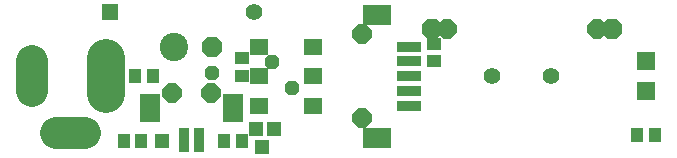
<source format=gts>
G75*
%MOIN*%
%OFA0B0*%
%FSLAX24Y24*%
%IPPOS*%
%LPD*%
%AMOC8*
5,1,8,0,0,1.08239X$1,22.5*
%
%ADD10C,0.0946*%
%ADD11R,0.0946X0.0710*%
%ADD12R,0.0789X0.0356*%
%ADD13OC8,0.0634*%
%ADD14C,0.0556*%
%ADD15R,0.0395X0.0474*%
%ADD16R,0.0474X0.0395*%
%ADD17R,0.0710X0.0946*%
%ADD18R,0.0356X0.0789*%
%ADD19R,0.0634X0.0634*%
%ADD20R,0.0592X0.0552*%
%ADD21C,0.1064*%
%ADD22C,0.1261*%
%ADD23C,0.0395*%
%ADD24C,0.0474*%
%ADD25OC8,0.0640*%
%ADD26OC8,0.0680*%
%ADD27OC8,0.0671*%
%ADD28R,0.0555X0.0555*%
%ADD29C,0.0555*%
%ADD30R,0.0476X0.0476*%
%ADD31OC8,0.0476*%
D10*
X007802Y004116D03*
D11*
X014574Y005179D03*
X014574Y001084D03*
D12*
X015637Y002147D03*
X015637Y002639D03*
X015637Y003131D03*
X015637Y003624D03*
X015637Y004116D03*
D13*
X014062Y004529D03*
X009052Y002580D03*
X007733Y002580D03*
X014062Y001734D03*
D14*
X018416Y003131D03*
X020385Y003131D03*
D15*
X023255Y001163D03*
X023845Y001163D03*
X010066Y000966D03*
X009475Y000966D03*
X006719Y000966D03*
X006129Y000966D03*
X006523Y003131D03*
X007113Y003131D03*
D16*
X010086Y003151D03*
X010086Y003742D03*
X016464Y003624D03*
X016464Y004214D03*
D17*
X009771Y002069D03*
X007015Y002069D03*
D18*
X008147Y001006D03*
X008639Y001006D03*
D19*
X023550Y002631D03*
X023550Y003631D03*
D20*
X012448Y004116D03*
X010637Y004116D03*
X010637Y003131D03*
X012448Y003131D03*
X012448Y002147D03*
X010637Y002147D03*
D21*
X004849Y001242D02*
X003865Y001242D01*
X003078Y002639D02*
X003078Y003624D01*
D22*
X005538Y003722D02*
X005538Y002541D01*
D23*
X003767Y001242D03*
X003806Y001242D03*
X003845Y001242D03*
X003885Y001242D03*
X003924Y001242D03*
X003964Y001242D03*
X004003Y001242D03*
X004042Y001242D03*
X004082Y001242D03*
X004121Y001242D03*
X004160Y001242D03*
X004200Y001242D03*
X004239Y001242D03*
X004279Y001242D03*
X004318Y001242D03*
X004357Y001242D03*
X004397Y001242D03*
X004436Y001242D03*
X004475Y001242D03*
X004515Y001242D03*
X004554Y001242D03*
X004594Y001242D03*
X004633Y001242D03*
X004672Y001242D03*
X004712Y001242D03*
X004751Y001242D03*
X004790Y001242D03*
X004830Y001242D03*
X004869Y001242D03*
X004908Y001242D03*
X004948Y001242D03*
X003078Y002541D03*
X003078Y002580D03*
X003078Y002620D03*
X003078Y002659D03*
X003078Y002698D03*
X003078Y002738D03*
X003078Y002777D03*
X003078Y002817D03*
X003078Y002856D03*
X003078Y002895D03*
X003078Y002935D03*
X003078Y002974D03*
X003078Y003013D03*
X003078Y003053D03*
X003078Y003092D03*
X003078Y003171D03*
X003078Y003210D03*
X003078Y003250D03*
X003078Y003289D03*
X003078Y003328D03*
X003078Y003368D03*
X003078Y003407D03*
X003078Y003446D03*
X003078Y003486D03*
X003078Y003525D03*
X003078Y003565D03*
X003078Y003604D03*
X003078Y003643D03*
X003078Y003683D03*
X003078Y003722D03*
D24*
X005538Y003722D03*
X005538Y003683D03*
X005538Y003643D03*
X005538Y003604D03*
X005538Y003565D03*
X005538Y003525D03*
X005538Y003486D03*
X005538Y003486D03*
X005538Y003446D03*
X005538Y003407D03*
X005538Y003368D03*
X005538Y003328D03*
X005538Y003289D03*
X005538Y003250D03*
X005538Y003210D03*
X005538Y003171D03*
X005538Y003131D03*
X005538Y003092D03*
X005538Y003053D03*
X005538Y003013D03*
X005538Y002974D03*
X005538Y002935D03*
X005538Y002895D03*
X005538Y002856D03*
X005538Y002817D03*
X005538Y002777D03*
X005538Y002738D03*
X005538Y002698D03*
X005538Y002659D03*
X005538Y002620D03*
X005538Y002580D03*
X005538Y002541D03*
X005538Y002502D03*
X005538Y002462D03*
X005538Y003761D03*
X005538Y003801D03*
D25*
X016916Y004706D03*
X021916Y004706D03*
D26*
X022416Y004706D03*
X016416Y004706D03*
D27*
X009062Y004116D03*
D28*
X005676Y005277D03*
D29*
X010460Y005277D03*
D30*
X010558Y001360D03*
X011149Y001360D03*
X010755Y000769D03*
X007408Y000966D03*
D31*
X011739Y002738D03*
X009082Y003230D03*
X011070Y003604D03*
M02*

</source>
